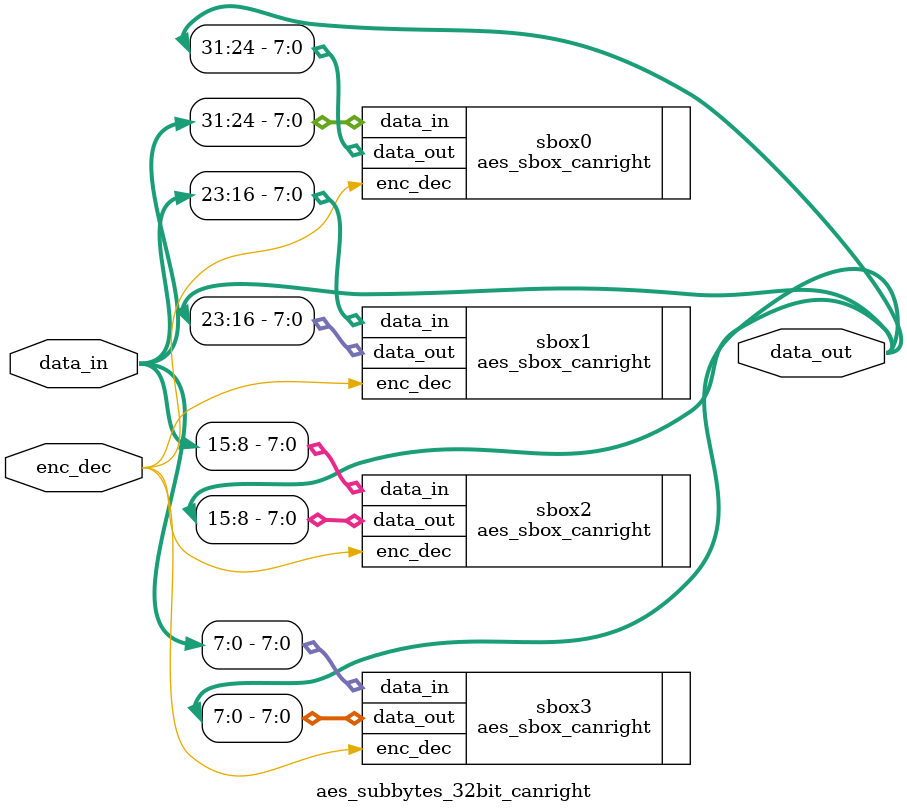
<source format=v>
`timescale 1ns / 1ps


module aes_subbytes_32bit_canright(
    input  wire [31:0] data_in,
    input  wire        enc_dec,  // 1=encrypt, 0=decrypt
    output wire [31:0] data_out
);

// Instantiate 4 Canright S-boxes (one per byte)
// Each S-box handles both encryption and decryption based on enc_dec signal
// Uses consolidated single-file Canright implementation (aes_sbox_canright.v)

aes_sbox_canright sbox0 (
    .data_in(data_in[31:24]),
    .enc_dec(enc_dec),
    .data_out(data_out[31:24])
);

aes_sbox_canright sbox1 (
    .data_in(data_in[23:16]),
    .enc_dec(enc_dec),
    .data_out(data_out[23:16])
);

aes_sbox_canright sbox2 (
    .data_in(data_in[15:8]),
    .enc_dec(enc_dec),
    .data_out(data_out[15:8])
);

aes_sbox_canright sbox3 (
    .data_in(data_in[7:0]),
    .enc_dec(enc_dec),
    .data_out(data_out[7:0])
);

endmodule

</source>
